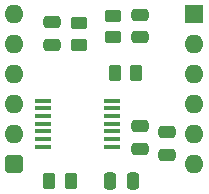
<source format=gts>
%TF.GenerationSoftware,KiCad,Pcbnew,9.0.2*%
%TF.CreationDate,2025-06-16T21:16:06+02:00*%
%TF.ProjectId,W65C816 Latch,57363543-3831-4362-904c-617463682e6b,V1*%
%TF.SameCoordinates,Original*%
%TF.FileFunction,Soldermask,Top*%
%TF.FilePolarity,Negative*%
%FSLAX46Y46*%
G04 Gerber Fmt 4.6, Leading zero omitted, Abs format (unit mm)*
G04 Created by KiCad (PCBNEW 9.0.2) date 2025-06-16 21:16:06*
%MOMM*%
%LPD*%
G01*
G04 APERTURE LIST*
G04 Aperture macros list*
%AMRoundRect*
0 Rectangle with rounded corners*
0 $1 Rounding radius*
0 $2 $3 $4 $5 $6 $7 $8 $9 X,Y pos of 4 corners*
0 Add a 4 corners polygon primitive as box body*
4,1,4,$2,$3,$4,$5,$6,$7,$8,$9,$2,$3,0*
0 Add four circle primitives for the rounded corners*
1,1,$1+$1,$2,$3*
1,1,$1+$1,$4,$5*
1,1,$1+$1,$6,$7*
1,1,$1+$1,$8,$9*
0 Add four rect primitives between the rounded corners*
20,1,$1+$1,$2,$3,$4,$5,0*
20,1,$1+$1,$4,$5,$6,$7,0*
20,1,$1+$1,$6,$7,$8,$9,0*
20,1,$1+$1,$8,$9,$2,$3,0*%
G04 Aperture macros list end*
%ADD10O,1.600000X1.600000*%
%ADD11RoundRect,0.400000X-0.400000X-0.400000X0.400000X-0.400000X0.400000X0.400000X-0.400000X0.400000X0*%
%ADD12R,1.600000X1.600000*%
%ADD13RoundRect,0.250000X0.262500X0.450000X-0.262500X0.450000X-0.262500X-0.450000X0.262500X-0.450000X0*%
%ADD14RoundRect,0.250000X-0.475000X0.250000X-0.475000X-0.250000X0.475000X-0.250000X0.475000X0.250000X0*%
%ADD15RoundRect,0.250000X0.475000X-0.250000X0.475000X0.250000X-0.475000X0.250000X-0.475000X-0.250000X0*%
%ADD16RoundRect,0.250000X0.450000X-0.262500X0.450000X0.262500X-0.450000X0.262500X-0.450000X-0.262500X0*%
%ADD17R,1.475000X0.450000*%
%ADD18RoundRect,0.250000X-0.250000X-0.475000X0.250000X-0.475000X0.250000X0.475000X-0.250000X0.475000X0*%
G04 APERTURE END LIST*
D10*
%TO.C,J2*%
X0Y0D03*
X0Y-2540000D03*
X0Y-5080000D03*
X0Y-7620000D03*
X0Y-10160000D03*
D11*
X0Y-12700000D03*
D10*
X15240000Y-12700000D03*
X15240000Y-10160000D03*
X15240000Y-7620000D03*
X15240000Y-5080000D03*
X15240000Y-2540000D03*
D12*
X15240000Y0D03*
%TD*%
D13*
%TO.C,R4*%
X8509000Y-4953000D03*
X10334000Y-4953000D03*
%TD*%
D14*
%TO.C,C5*%
X12954000Y-9988000D03*
X12954000Y-11888000D03*
%TD*%
D15*
%TO.C,C4*%
X10668000Y-1950000D03*
X10668000Y-50000D03*
%TD*%
D16*
%TO.C,R3*%
X8372000Y-1928500D03*
X8372000Y-103500D03*
%TD*%
D15*
%TO.C,C2*%
X3175000Y-685000D03*
X3175000Y-2585000D03*
%TD*%
D13*
%TO.C,R2*%
X2947500Y-14107000D03*
X4772500Y-14107000D03*
%TD*%
D17*
%TO.C,IC1*%
X8272000Y-7321000D03*
X8272000Y-7971000D03*
X8272000Y-8621000D03*
X8272000Y-9271000D03*
X8272000Y-9921000D03*
X8272000Y-10571000D03*
X8272000Y-11221000D03*
X2396000Y-11221000D03*
X2396000Y-10571000D03*
X2396000Y-9921000D03*
X2396000Y-9271000D03*
X2396000Y-8621000D03*
X2396000Y-7971000D03*
X2396000Y-7321000D03*
%TD*%
D14*
%TO.C,C1*%
X10668000Y-11380000D03*
X10668000Y-9480000D03*
%TD*%
D18*
%TO.C,C3*%
X10033000Y-14097000D03*
X8133000Y-14097000D03*
%TD*%
D16*
%TO.C,R1*%
X5451000Y-738500D03*
X5451000Y-2563500D03*
%TD*%
M02*

</source>
